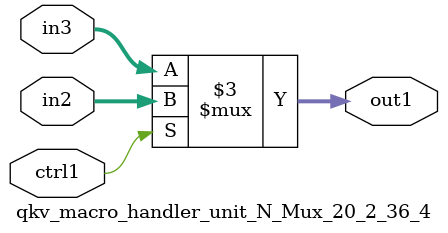
<source format=v>

`timescale 1ps / 1ps


module qkv_macro_handler_unit_N_Mux_20_2_36_4( in3, in2, ctrl1, out1 );

    input [19:0] in3;
    input [19:0] in2;
    input ctrl1;
    output [19:0] out1;
    reg [19:0] out1;

    
    // rtl_process:qkv_macro_handler_unit_N_Mux_20_2_36_4/qkv_macro_handler_unit_N_Mux_20_2_36_4_thread_1
    always @*
      begin : qkv_macro_handler_unit_N_Mux_20_2_36_4_thread_1
        case (ctrl1) 
          1'b1: 
            begin
              out1 = in2;
            end
          default: 
            begin
              out1 = in3;
            end
        endcase
      end

endmodule


</source>
